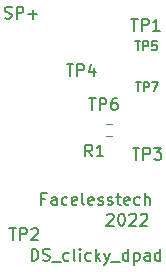
<source format=gbr>
%TF.GenerationSoftware,KiCad,Pcbnew,5.1.9+dfsg1-1*%
%TF.CreationDate,2022-06-22T08:53:18+01:00*%
%TF.ProjectId,ds_lite_clicky_d_pad,64735f6c-6974-4655-9f63-6c69636b795f,rev?*%
%TF.SameCoordinates,Original*%
%TF.FileFunction,Legend,Top*%
%TF.FilePolarity,Positive*%
%FSLAX46Y46*%
G04 Gerber Fmt 4.6, Leading zero omitted, Abs format (unit mm)*
G04 Created by KiCad (PCBNEW 5.1.9+dfsg1-1) date 2022-06-22 08:53:18*
%MOMM*%
%LPD*%
G01*
G04 APERTURE LIST*
%ADD10C,0.150000*%
%ADD11C,0.120000*%
G04 APERTURE END LIST*
D10*
X149523179Y-105069900D02*
X149523179Y-104069900D01*
X149761274Y-104069900D01*
X149904131Y-104117520D01*
X149999369Y-104212758D01*
X150046988Y-104307996D01*
X150094607Y-104498472D01*
X150094607Y-104641329D01*
X150046988Y-104831805D01*
X149999369Y-104927043D01*
X149904131Y-105022281D01*
X149761274Y-105069900D01*
X149523179Y-105069900D01*
X150475560Y-105022281D02*
X150618417Y-105069900D01*
X150856512Y-105069900D01*
X150951750Y-105022281D01*
X150999369Y-104974662D01*
X151046988Y-104879424D01*
X151046988Y-104784186D01*
X150999369Y-104688948D01*
X150951750Y-104641329D01*
X150856512Y-104593710D01*
X150666036Y-104546091D01*
X150570798Y-104498472D01*
X150523179Y-104450853D01*
X150475560Y-104355615D01*
X150475560Y-104260377D01*
X150523179Y-104165139D01*
X150570798Y-104117520D01*
X150666036Y-104069900D01*
X150904131Y-104069900D01*
X151046988Y-104117520D01*
X151237464Y-105165139D02*
X151999369Y-105165139D01*
X152666036Y-105022281D02*
X152570798Y-105069900D01*
X152380321Y-105069900D01*
X152285083Y-105022281D01*
X152237464Y-104974662D01*
X152189845Y-104879424D01*
X152189845Y-104593710D01*
X152237464Y-104498472D01*
X152285083Y-104450853D01*
X152380321Y-104403234D01*
X152570798Y-104403234D01*
X152666036Y-104450853D01*
X153237464Y-105069900D02*
X153142226Y-105022281D01*
X153094607Y-104927043D01*
X153094607Y-104069900D01*
X153618417Y-105069900D02*
X153618417Y-104403234D01*
X153618417Y-104069900D02*
X153570798Y-104117520D01*
X153618417Y-104165139D01*
X153666036Y-104117520D01*
X153618417Y-104069900D01*
X153618417Y-104165139D01*
X154523179Y-105022281D02*
X154427940Y-105069900D01*
X154237464Y-105069900D01*
X154142226Y-105022281D01*
X154094607Y-104974662D01*
X154046988Y-104879424D01*
X154046988Y-104593710D01*
X154094607Y-104498472D01*
X154142226Y-104450853D01*
X154237464Y-104403234D01*
X154427940Y-104403234D01*
X154523179Y-104450853D01*
X154951750Y-105069900D02*
X154951750Y-104069900D01*
X155046988Y-104688948D02*
X155332702Y-105069900D01*
X155332702Y-104403234D02*
X154951750Y-104784186D01*
X155666036Y-104403234D02*
X155904131Y-105069900D01*
X156142226Y-104403234D02*
X155904131Y-105069900D01*
X155808893Y-105307996D01*
X155761274Y-105355615D01*
X155666036Y-105403234D01*
X156285083Y-105165139D02*
X157046988Y-105165139D01*
X157713655Y-105069900D02*
X157713655Y-104069900D01*
X157713655Y-105022281D02*
X157618417Y-105069900D01*
X157427940Y-105069900D01*
X157332702Y-105022281D01*
X157285083Y-104974662D01*
X157237464Y-104879424D01*
X157237464Y-104593710D01*
X157285083Y-104498472D01*
X157332702Y-104450853D01*
X157427940Y-104403234D01*
X157618417Y-104403234D01*
X157713655Y-104450853D01*
X158189845Y-104403234D02*
X158189845Y-105403234D01*
X158189845Y-104450853D02*
X158285083Y-104403234D01*
X158475560Y-104403234D01*
X158570798Y-104450853D01*
X158618417Y-104498472D01*
X158666036Y-104593710D01*
X158666036Y-104879424D01*
X158618417Y-104974662D01*
X158570798Y-105022281D01*
X158475560Y-105069900D01*
X158285083Y-105069900D01*
X158189845Y-105022281D01*
X159523179Y-105069900D02*
X159523179Y-104546091D01*
X159475560Y-104450853D01*
X159380321Y-104403234D01*
X159189845Y-104403234D01*
X159094607Y-104450853D01*
X159523179Y-105022281D02*
X159427940Y-105069900D01*
X159189845Y-105069900D01*
X159094607Y-105022281D01*
X159046988Y-104927043D01*
X159046988Y-104831805D01*
X159094607Y-104736567D01*
X159189845Y-104688948D01*
X159427940Y-104688948D01*
X159523179Y-104641329D01*
X160427940Y-105069900D02*
X160427940Y-104069900D01*
X160427940Y-105022281D02*
X160332702Y-105069900D01*
X160142226Y-105069900D01*
X160046988Y-105022281D01*
X159999369Y-104974662D01*
X159951750Y-104879424D01*
X159951750Y-104593710D01*
X159999369Y-104498472D01*
X160046988Y-104450853D01*
X160142226Y-104403234D01*
X160332702Y-104403234D01*
X160427940Y-104450853D01*
X150683175Y-99831851D02*
X150349841Y-99831851D01*
X150349841Y-100355660D02*
X150349841Y-99355660D01*
X150826032Y-99355660D01*
X151635556Y-100355660D02*
X151635556Y-99831851D01*
X151587937Y-99736613D01*
X151492699Y-99688994D01*
X151302222Y-99688994D01*
X151206984Y-99736613D01*
X151635556Y-100308041D02*
X151540318Y-100355660D01*
X151302222Y-100355660D01*
X151206984Y-100308041D01*
X151159365Y-100212803D01*
X151159365Y-100117565D01*
X151206984Y-100022327D01*
X151302222Y-99974708D01*
X151540318Y-99974708D01*
X151635556Y-99927089D01*
X152540318Y-100308041D02*
X152445080Y-100355660D01*
X152254603Y-100355660D01*
X152159365Y-100308041D01*
X152111746Y-100260422D01*
X152064127Y-100165184D01*
X152064127Y-99879470D01*
X152111746Y-99784232D01*
X152159365Y-99736613D01*
X152254603Y-99688994D01*
X152445080Y-99688994D01*
X152540318Y-99736613D01*
X153349841Y-100308041D02*
X153254603Y-100355660D01*
X153064127Y-100355660D01*
X152968889Y-100308041D01*
X152921270Y-100212803D01*
X152921270Y-99831851D01*
X152968889Y-99736613D01*
X153064127Y-99688994D01*
X153254603Y-99688994D01*
X153349841Y-99736613D01*
X153397460Y-99831851D01*
X153397460Y-99927089D01*
X152921270Y-100022327D01*
X153968889Y-100355660D02*
X153873651Y-100308041D01*
X153826032Y-100212803D01*
X153826032Y-99355660D01*
X154730794Y-100308041D02*
X154635556Y-100355660D01*
X154445080Y-100355660D01*
X154349841Y-100308041D01*
X154302222Y-100212803D01*
X154302222Y-99831851D01*
X154349841Y-99736613D01*
X154445080Y-99688994D01*
X154635556Y-99688994D01*
X154730794Y-99736613D01*
X154778413Y-99831851D01*
X154778413Y-99927089D01*
X154302222Y-100022327D01*
X155159365Y-100308041D02*
X155254603Y-100355660D01*
X155445080Y-100355660D01*
X155540318Y-100308041D01*
X155587937Y-100212803D01*
X155587937Y-100165184D01*
X155540318Y-100069946D01*
X155445080Y-100022327D01*
X155302222Y-100022327D01*
X155206984Y-99974708D01*
X155159365Y-99879470D01*
X155159365Y-99831851D01*
X155206984Y-99736613D01*
X155302222Y-99688994D01*
X155445080Y-99688994D01*
X155540318Y-99736613D01*
X155968889Y-100308041D02*
X156064127Y-100355660D01*
X156254603Y-100355660D01*
X156349841Y-100308041D01*
X156397460Y-100212803D01*
X156397460Y-100165184D01*
X156349841Y-100069946D01*
X156254603Y-100022327D01*
X156111746Y-100022327D01*
X156016508Y-99974708D01*
X155968889Y-99879470D01*
X155968889Y-99831851D01*
X156016508Y-99736613D01*
X156111746Y-99688994D01*
X156254603Y-99688994D01*
X156349841Y-99736613D01*
X156683175Y-99688994D02*
X157064127Y-99688994D01*
X156826032Y-99355660D02*
X156826032Y-100212803D01*
X156873651Y-100308041D01*
X156968889Y-100355660D01*
X157064127Y-100355660D01*
X157778413Y-100308041D02*
X157683175Y-100355660D01*
X157492699Y-100355660D01*
X157397460Y-100308041D01*
X157349841Y-100212803D01*
X157349841Y-99831851D01*
X157397460Y-99736613D01*
X157492699Y-99688994D01*
X157683175Y-99688994D01*
X157778413Y-99736613D01*
X157826032Y-99831851D01*
X157826032Y-99927089D01*
X157349841Y-100022327D01*
X158683175Y-100308041D02*
X158587937Y-100355660D01*
X158397460Y-100355660D01*
X158302222Y-100308041D01*
X158254603Y-100260422D01*
X158206984Y-100165184D01*
X158206984Y-99879470D01*
X158254603Y-99784232D01*
X158302222Y-99736613D01*
X158397460Y-99688994D01*
X158587937Y-99688994D01*
X158683175Y-99736613D01*
X159111746Y-100355660D02*
X159111746Y-99355660D01*
X159540318Y-100355660D02*
X159540318Y-99831851D01*
X159492699Y-99736613D01*
X159397460Y-99688994D01*
X159254603Y-99688994D01*
X159159365Y-99736613D01*
X159111746Y-99784232D01*
X155902874Y-101193339D02*
X155950493Y-101145720D01*
X156045731Y-101098100D01*
X156283826Y-101098100D01*
X156379064Y-101145720D01*
X156426683Y-101193339D01*
X156474302Y-101288577D01*
X156474302Y-101383815D01*
X156426683Y-101526672D01*
X155855255Y-102098100D01*
X156474302Y-102098100D01*
X157093350Y-101098100D02*
X157188588Y-101098100D01*
X157283826Y-101145720D01*
X157331445Y-101193339D01*
X157379064Y-101288577D01*
X157426683Y-101479053D01*
X157426683Y-101717148D01*
X157379064Y-101907624D01*
X157331445Y-102002862D01*
X157283826Y-102050481D01*
X157188588Y-102098100D01*
X157093350Y-102098100D01*
X156998112Y-102050481D01*
X156950493Y-102002862D01*
X156902874Y-101907624D01*
X156855255Y-101717148D01*
X156855255Y-101479053D01*
X156902874Y-101288577D01*
X156950493Y-101193339D01*
X156998112Y-101145720D01*
X157093350Y-101098100D01*
X157807636Y-101193339D02*
X157855255Y-101145720D01*
X157950493Y-101098100D01*
X158188588Y-101098100D01*
X158283826Y-101145720D01*
X158331445Y-101193339D01*
X158379064Y-101288577D01*
X158379064Y-101383815D01*
X158331445Y-101526672D01*
X157760017Y-102098100D01*
X158379064Y-102098100D01*
X158760017Y-101193339D02*
X158807636Y-101145720D01*
X158902874Y-101098100D01*
X159140969Y-101098100D01*
X159236207Y-101145720D01*
X159283826Y-101193339D01*
X159331445Y-101288577D01*
X159331445Y-101383815D01*
X159283826Y-101526672D01*
X158712398Y-102098100D01*
X159331445Y-102098100D01*
D11*
%TO.C,R1*%
X156297084Y-93487980D02*
X155787636Y-93487980D01*
X156297084Y-94532980D02*
X155787636Y-94532980D01*
D10*
X154651413Y-96240860D02*
X154318080Y-95764670D01*
X154079984Y-96240860D02*
X154079984Y-95240860D01*
X154460937Y-95240860D01*
X154556175Y-95288480D01*
X154603794Y-95336099D01*
X154651413Y-95431337D01*
X154651413Y-95574194D01*
X154603794Y-95669432D01*
X154556175Y-95717051D01*
X154460937Y-95764670D01*
X154079984Y-95764670D01*
X155603794Y-96240860D02*
X155032365Y-96240860D01*
X155318080Y-96240860D02*
X155318080Y-95240860D01*
X155222841Y-95383718D01*
X155127603Y-95478956D01*
X155032365Y-95526575D01*
%TO.C,TP1*%
X157945295Y-84598260D02*
X158516723Y-84598260D01*
X158231009Y-85598260D02*
X158231009Y-84598260D01*
X158850057Y-85598260D02*
X158850057Y-84598260D01*
X159231009Y-84598260D01*
X159326247Y-84645880D01*
X159373866Y-84693499D01*
X159421485Y-84788737D01*
X159421485Y-84931594D01*
X159373866Y-85026832D01*
X159326247Y-85074451D01*
X159231009Y-85122070D01*
X158850057Y-85122070D01*
X160373866Y-85598260D02*
X159802438Y-85598260D01*
X160088152Y-85598260D02*
X160088152Y-84598260D01*
X159992914Y-84741118D01*
X159897676Y-84836356D01*
X159802438Y-84883975D01*
%TO.C,TP5*%
X158311571Y-86497925D02*
X158740142Y-86497925D01*
X158525857Y-87247925D02*
X158525857Y-86497925D01*
X158990142Y-87247925D02*
X158990142Y-86497925D01*
X159275857Y-86497925D01*
X159347285Y-86533640D01*
X159383000Y-86569354D01*
X159418714Y-86640782D01*
X159418714Y-86747925D01*
X159383000Y-86819354D01*
X159347285Y-86855068D01*
X159275857Y-86890782D01*
X158990142Y-86890782D01*
X160097285Y-86497925D02*
X159740142Y-86497925D01*
X159704428Y-86855068D01*
X159740142Y-86819354D01*
X159811571Y-86783640D01*
X159990142Y-86783640D01*
X160061571Y-86819354D01*
X160097285Y-86855068D01*
X160133000Y-86926497D01*
X160133000Y-87105068D01*
X160097285Y-87176497D01*
X160061571Y-87212211D01*
X159990142Y-87247925D01*
X159811571Y-87247925D01*
X159740142Y-87212211D01*
X159704428Y-87176497D01*
%TO.C,TP6*%
X154384215Y-91298780D02*
X154955643Y-91298780D01*
X154669929Y-92298780D02*
X154669929Y-91298780D01*
X155288977Y-92298780D02*
X155288977Y-91298780D01*
X155669929Y-91298780D01*
X155765167Y-91346400D01*
X155812786Y-91394019D01*
X155860405Y-91489257D01*
X155860405Y-91632114D01*
X155812786Y-91727352D01*
X155765167Y-91774971D01*
X155669929Y-91822590D01*
X155288977Y-91822590D01*
X156717548Y-91298780D02*
X156527072Y-91298780D01*
X156431834Y-91346400D01*
X156384215Y-91394019D01*
X156288977Y-91536876D01*
X156241358Y-91727352D01*
X156241358Y-92108304D01*
X156288977Y-92203542D01*
X156336596Y-92251161D01*
X156431834Y-92298780D01*
X156622310Y-92298780D01*
X156717548Y-92251161D01*
X156765167Y-92203542D01*
X156812786Y-92108304D01*
X156812786Y-91870209D01*
X156765167Y-91774971D01*
X156717548Y-91727352D01*
X156622310Y-91679733D01*
X156431834Y-91679733D01*
X156336596Y-91727352D01*
X156288977Y-91774971D01*
X156241358Y-91870209D01*
%TO.C,TP4*%
X152494455Y-88438740D02*
X153065883Y-88438740D01*
X152780169Y-89438740D02*
X152780169Y-88438740D01*
X153399217Y-89438740D02*
X153399217Y-88438740D01*
X153780169Y-88438740D01*
X153875407Y-88486360D01*
X153923026Y-88533979D01*
X153970645Y-88629217D01*
X153970645Y-88772074D01*
X153923026Y-88867312D01*
X153875407Y-88914931D01*
X153780169Y-88962550D01*
X153399217Y-88962550D01*
X154827788Y-88772074D02*
X154827788Y-89438740D01*
X154589693Y-88391121D02*
X154351598Y-89105407D01*
X154970645Y-89105407D01*
%TO.C,TP3*%
X158077375Y-95520260D02*
X158648803Y-95520260D01*
X158363089Y-96520260D02*
X158363089Y-95520260D01*
X158982137Y-96520260D02*
X158982137Y-95520260D01*
X159363089Y-95520260D01*
X159458327Y-95567880D01*
X159505946Y-95615499D01*
X159553565Y-95710737D01*
X159553565Y-95853594D01*
X159505946Y-95948832D01*
X159458327Y-95996451D01*
X159363089Y-96044070D01*
X158982137Y-96044070D01*
X159886899Y-95520260D02*
X160505946Y-95520260D01*
X160172613Y-95901213D01*
X160315470Y-95901213D01*
X160410708Y-95948832D01*
X160458327Y-95996451D01*
X160505946Y-96091689D01*
X160505946Y-96329784D01*
X160458327Y-96425022D01*
X160410708Y-96472641D01*
X160315470Y-96520260D01*
X160029756Y-96520260D01*
X159934518Y-96472641D01*
X159886899Y-96425022D01*
%TO.C,TP2*%
X147648135Y-102302060D02*
X148219563Y-102302060D01*
X147933849Y-103302060D02*
X147933849Y-102302060D01*
X148552897Y-103302060D02*
X148552897Y-102302060D01*
X148933849Y-102302060D01*
X149029087Y-102349680D01*
X149076706Y-102397299D01*
X149124325Y-102492537D01*
X149124325Y-102635394D01*
X149076706Y-102730632D01*
X149029087Y-102778251D01*
X148933849Y-102825870D01*
X148552897Y-102825870D01*
X149505278Y-102397299D02*
X149552897Y-102349680D01*
X149648135Y-102302060D01*
X149886230Y-102302060D01*
X149981468Y-102349680D01*
X150029087Y-102397299D01*
X150076706Y-102492537D01*
X150076706Y-102587775D01*
X150029087Y-102730632D01*
X149457659Y-103302060D01*
X150076706Y-103302060D01*
%TO.C,TP7*%
X158357291Y-89967565D02*
X158785862Y-89967565D01*
X158571577Y-90717565D02*
X158571577Y-89967565D01*
X159035862Y-90717565D02*
X159035862Y-89967565D01*
X159321577Y-89967565D01*
X159393005Y-90003280D01*
X159428720Y-90038994D01*
X159464434Y-90110422D01*
X159464434Y-90217565D01*
X159428720Y-90288994D01*
X159393005Y-90324708D01*
X159321577Y-90360422D01*
X159035862Y-90360422D01*
X159714434Y-89967565D02*
X160214434Y-89967565D01*
X159893005Y-90717565D01*
%TO.C,SP+*%
X147256358Y-84524481D02*
X147399215Y-84572100D01*
X147637310Y-84572100D01*
X147732548Y-84524481D01*
X147780167Y-84476862D01*
X147827786Y-84381624D01*
X147827786Y-84286386D01*
X147780167Y-84191148D01*
X147732548Y-84143529D01*
X147637310Y-84095910D01*
X147446834Y-84048291D01*
X147351596Y-84000672D01*
X147303977Y-83953053D01*
X147256358Y-83857815D01*
X147256358Y-83762577D01*
X147303977Y-83667339D01*
X147351596Y-83619720D01*
X147446834Y-83572100D01*
X147684929Y-83572100D01*
X147827786Y-83619720D01*
X148256358Y-84572100D02*
X148256358Y-83572100D01*
X148637310Y-83572100D01*
X148732548Y-83619720D01*
X148780167Y-83667339D01*
X148827786Y-83762577D01*
X148827786Y-83905434D01*
X148780167Y-84000672D01*
X148732548Y-84048291D01*
X148637310Y-84095910D01*
X148256358Y-84095910D01*
X149256358Y-84191148D02*
X150018262Y-84191148D01*
X149637310Y-84572100D02*
X149637310Y-83810196D01*
%TD*%
M02*

</source>
